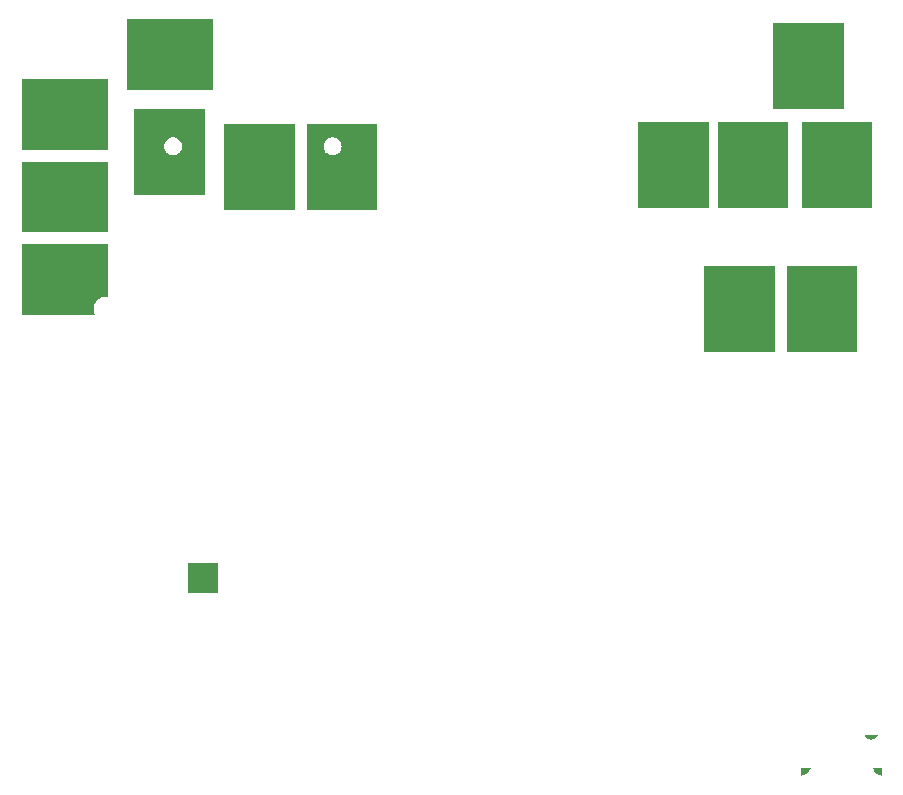
<source format=gbr>
G04 start of page 6 for group 4 idx 4 *
G04 Title: (unknown), New Layer *
G04 Creator: pcb 20110918 *
G04 CreationDate: Mon Nov 11 23:15:45 2013 UTC *
G04 For: fosse *
G04 Format: Gerber/RS-274X *
G04 PCB-Dimensions: 455000 500000 *
G04 PCB-Coordinate-Origin: lower left *
%MOIN*%
%FSLAX25Y25*%
%LNGROUP4*%
%ADD104C,0.0300*%
%ADD103C,0.0354*%
%ADD102C,0.1090*%
%ADD101C,0.0200*%
%ADD100C,0.0350*%
%ADD99C,0.0360*%
%ADD98C,0.0600*%
%ADD97C,0.0550*%
%ADD96C,0.0394*%
%ADD95C,0.2500*%
%ADD94C,0.0050*%
%ADD93C,0.0060*%
%ADD92C,0.0001*%
%ADD91C,0.0000*%
%ADD90C,0.0080*%
%ADD89C,0.0079*%
%ADD88C,0.0100*%
%ADD87C,0.0070*%
%ADD86C,0.0001*%
G54D86*G36*
X163482Y233009D02*X139979D01*
Y261709D01*
X163482D01*
Y233009D01*
G37*
G36*
X139979D01*
Y261709D01*
X163482D01*
Y233009D01*
G37*
G36*
X190982D02*X176070D01*
Y251224D01*
X176075Y251223D01*
X176541Y251260D01*
X176996Y251369D01*
X177428Y251548D01*
X177827Y251793D01*
X178183Y252096D01*
X178486Y252452D01*
X178731Y252851D01*
X178910Y253283D01*
X179019Y253738D01*
X179046Y254204D01*
X179019Y254670D01*
X178910Y255125D01*
X178731Y255557D01*
X178486Y255956D01*
X178183Y256312D01*
X177827Y256615D01*
X177428Y256860D01*
X176996Y257039D01*
X176541Y257148D01*
X176075Y257185D01*
X176070Y257184D01*
Y261709D01*
X190982D01*
Y233009D01*
G37*
G36*
X176070D02*X167481D01*
Y261709D01*
X176070D01*
Y257184D01*
X175609Y257148D01*
X175154Y257039D01*
X174722Y256860D01*
X174323Y256615D01*
X173967Y256312D01*
X173664Y255956D01*
X173419Y255557D01*
X173240Y255125D01*
X173131Y254670D01*
X173094Y254204D01*
X173131Y253738D01*
X173240Y253283D01*
X173419Y252851D01*
X173664Y252452D01*
X173967Y252096D01*
X174323Y251793D01*
X174722Y251548D01*
X175154Y251369D01*
X175609Y251260D01*
X176070Y251224D01*
Y233009D01*
G37*
G36*
X190982D02*X176070D01*
Y251224D01*
X176075Y251223D01*
X176541Y251260D01*
X176996Y251369D01*
X177428Y251548D01*
X177827Y251793D01*
X178183Y252096D01*
X178486Y252452D01*
X178731Y252851D01*
X178910Y253283D01*
X179019Y253738D01*
X179046Y254204D01*
X179019Y254670D01*
X178910Y255125D01*
X178731Y255557D01*
X178486Y255956D01*
X178183Y256312D01*
X177827Y256615D01*
X177428Y256860D01*
X176996Y257039D01*
X176541Y257148D01*
X176075Y257185D01*
X176070Y257184D01*
Y261709D01*
X190982D01*
Y233009D01*
G37*
G36*
X176070D02*X167481D01*
Y261709D01*
X176070D01*
Y257184D01*
X175609Y257148D01*
X175154Y257039D01*
X174722Y256860D01*
X174323Y256615D01*
X173967Y256312D01*
X173664Y255956D01*
X173419Y255557D01*
X173240Y255125D01*
X173131Y254670D01*
X173094Y254204D01*
X173131Y253738D01*
X173240Y253283D01*
X173419Y252851D01*
X173664Y252452D01*
X173967Y252096D01*
X174323Y251793D01*
X174722Y251548D01*
X175154Y251369D01*
X175609Y251260D01*
X176070Y251224D01*
Y233009D01*
G37*
G36*
X107378Y273107D02*Y296604D01*
X136078D01*
Y273107D01*
X107378D01*
G37*
G36*
X122920Y266706D02*X133479D01*
Y238006D01*
X122920D01*
Y251224D01*
X122925Y251223D01*
X123391Y251260D01*
X123846Y251369D01*
X124278Y251548D01*
X124677Y251793D01*
X125033Y252096D01*
X125336Y252452D01*
X125581Y252851D01*
X125760Y253283D01*
X125869Y253738D01*
X125896Y254204D01*
X125869Y254670D01*
X125760Y255125D01*
X125581Y255557D01*
X125336Y255956D01*
X125033Y256312D01*
X124677Y256615D01*
X124278Y256860D01*
X123846Y257039D01*
X123391Y257148D01*
X122925Y257185D01*
X122920Y257184D01*
Y266706D01*
G37*
G36*
X109982Y238006D02*Y266706D01*
X122920D01*
Y257184D01*
X122459Y257148D01*
X122004Y257039D01*
X121572Y256860D01*
X121173Y256615D01*
X120817Y256312D01*
X120514Y255956D01*
X120269Y255557D01*
X120090Y255125D01*
X119981Y254670D01*
X119944Y254204D01*
X119981Y253738D01*
X120090Y253283D01*
X120269Y252851D01*
X120514Y252452D01*
X120817Y252096D01*
X121173Y251793D01*
X121572Y251548D01*
X122004Y251369D01*
X122459Y251260D01*
X122920Y251224D01*
Y238006D01*
X109982D01*
G37*
G36*
X107378Y273107D02*Y286308D01*
X108740Y285145D01*
X110552Y284034D01*
X112515Y283221D01*
X114582Y282725D01*
X116700Y282558D01*
X118818Y282725D01*
X120885Y283221D01*
X122848Y284034D01*
X124660Y285145D01*
X126275Y286525D01*
X127655Y288140D01*
X128766Y289952D01*
X129579Y291915D01*
X129685Y292358D01*
X136078D01*
Y273107D01*
X107378D01*
G37*
G36*
X122920Y266706D02*X133479D01*
Y238006D01*
X122920D01*
Y251224D01*
X122925Y251223D01*
X123391Y251260D01*
X123846Y251369D01*
X124278Y251548D01*
X124677Y251793D01*
X125033Y252096D01*
X125336Y252452D01*
X125581Y252851D01*
X125760Y253283D01*
X125869Y253738D01*
X125896Y254204D01*
X125869Y254670D01*
X125760Y255125D01*
X125581Y255557D01*
X125336Y255956D01*
X125033Y256312D01*
X124677Y256615D01*
X124278Y256860D01*
X123846Y257039D01*
X123391Y257148D01*
X122925Y257185D01*
X122920Y257184D01*
Y266706D01*
G37*
G36*
X109982Y238006D02*Y266706D01*
X122920D01*
Y257184D01*
X122459Y257148D01*
X122004Y257039D01*
X121572Y256860D01*
X121173Y256615D01*
X120817Y256312D01*
X120514Y255956D01*
X120269Y255557D01*
X120090Y255125D01*
X119981Y254670D01*
X119944Y254204D01*
X119981Y253738D01*
X120090Y253283D01*
X120269Y252851D01*
X120514Y252452D01*
X120817Y252096D01*
X121173Y251793D01*
X121572Y251548D01*
X122004Y251369D01*
X122459Y251260D01*
X122920Y251224D01*
Y238006D01*
X109982D01*
G37*
G36*
X127728Y115354D02*X137734D01*
Y105356D01*
X127728D01*
Y115354D01*
G37*
G36*
X137734D01*
Y105356D01*
X127728D01*
Y115354D01*
G37*
G36*
X72379Y198107D02*Y221604D01*
X101079D01*
Y203951D01*
X101028Y203963D01*
X100400Y204012D01*
X99772Y203963D01*
X99160Y203816D01*
X98578Y203575D01*
X98042Y203246D01*
X97563Y202837D01*
X97154Y202358D01*
X96825Y201822D01*
X96584Y201240D01*
X96437Y200628D01*
X96388Y200000D01*
X96437Y199372D01*
X96584Y198760D01*
X96825Y198178D01*
X96869Y198107D01*
X72379D01*
G37*
G36*
X101079Y225609D02*X72379D01*
Y249106D01*
X101079D01*
Y225609D01*
G37*
G36*
X72379Y198107D02*Y221604D01*
X101079D01*
Y203951D01*
X101028Y203963D01*
X100400Y204012D01*
X99772Y203963D01*
X99160Y203816D01*
X98578Y203575D01*
X98042Y203246D01*
X97563Y202837D01*
X97154Y202358D01*
X96825Y201822D01*
X96584Y201240D01*
X96437Y200628D01*
X96388Y200000D01*
X96437Y199372D01*
X96584Y198760D01*
X96825Y198178D01*
X96869Y198107D01*
X72379D01*
G37*
G36*
X101079Y225609D02*X72379D01*
Y249106D01*
X101079D01*
Y225609D01*
G37*
G36*
X72379Y253110D02*Y272370D01*
X72678Y272276D01*
X74008Y271981D01*
X75358Y271803D01*
X76719Y271744D01*
X76815Y271750D01*
X76869Y271763D01*
X78080Y271803D01*
X79431Y271981D01*
X80761Y272276D01*
X82060Y272685D01*
X83319Y273207D01*
X84527Y273836D01*
X85676Y274568D01*
X86757Y275397D01*
X87761Y276318D01*
X88027Y276607D01*
X101079D01*
Y253110D01*
X72379D01*
G37*
G36*
Y276607D01*
X101079D01*
Y253110D01*
X72379D01*
G37*
G36*
X346478Y266506D02*X322982D01*
Y295206D01*
X346478D01*
Y266506D01*
G37*
G36*
X322982D01*
Y295206D01*
X346478D01*
Y266506D01*
G37*
G36*
X301481Y233509D02*X277978D01*
Y262209D01*
X301481D01*
Y233509D01*
G37*
G36*
X327978D02*X304481D01*
Y262209D01*
X327978D01*
Y233509D01*
G37*
G36*
X355978D02*X332481D01*
Y262209D01*
X355978D01*
Y233509D01*
G37*
G36*
X301481D02*X277978D01*
Y262209D01*
X301481D01*
Y233509D01*
G37*
G36*
X327978D02*X304481D01*
Y262209D01*
X327978D01*
Y233509D01*
G37*
G36*
X355978D02*X332481D01*
Y262209D01*
X355978D01*
Y233509D01*
G37*
G36*
X350982Y185510D02*X327479D01*
Y214210D01*
X350982D01*
Y185510D01*
G37*
G36*
X323481D02*X299978D01*
Y214210D01*
X323481D01*
Y185510D01*
G37*
G36*
X350982D02*X327479D01*
Y214210D01*
X350982D01*
Y185510D01*
G37*
G36*
X323481D02*X299978D01*
Y214210D01*
X323481D01*
Y185510D01*
G37*
G36*
X359197Y44273D02*X356764Y45161D01*
X356058Y46857D01*
X359197D01*
Y44273D01*
G37*
G36*
X357747Y57881D02*X357329Y56879D01*
X355576Y56239D01*
X353818Y56879D01*
X353403Y57881D01*
X357747D01*
G37*
G36*
X335410Y46857D02*X334700Y45161D01*
X332272Y44273D01*
Y46857D01*
X335410D01*
G37*
G36*
X338064Y57881D02*X337646Y56879D01*
X335893Y56239D01*
X334135Y56879D01*
X333720Y57881D01*

</source>
